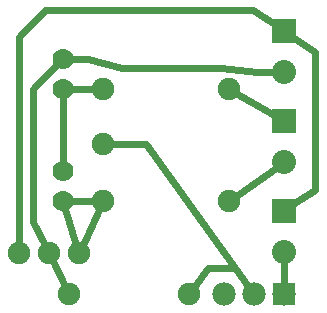
<source format=gtl>
G04 MADE WITH FRITZING*
G04 WWW.FRITZING.ORG*
G04 DOUBLE SIDED*
G04 HOLES PLATED*
G04 CONTOUR ON CENTER OF CONTOUR VECTOR*
%ASAXBY*%
%FSLAX23Y23*%
%MOIN*%
%OFA0B0*%
%SFA1.0B1.0*%
%ADD10C,0.075118*%
%ADD11C,0.074803*%
%ADD12C,0.075000*%
%ADD13C,0.080000*%
%ADD14C,0.070000*%
%ADD15C,0.078000*%
%ADD16R,0.080000X0.080000*%
%ADD17R,0.078000X0.078000*%
%ADD18C,0.024000*%
%LNCOPPER1*%
G90*
G70*
G54D10*
X752Y784D03*
X331Y784D03*
X331Y410D03*
X752Y410D03*
X752Y784D03*
X331Y784D03*
X331Y410D03*
X752Y410D03*
G54D11*
X330Y599D03*
G54D12*
X218Y99D03*
X618Y99D03*
G54D13*
X933Y377D03*
X933Y239D03*
G54D12*
X251Y237D03*
X151Y237D03*
X51Y237D03*
G54D14*
X196Y784D03*
X196Y884D03*
X196Y509D03*
X196Y409D03*
G54D15*
X933Y101D03*
X833Y101D03*
X733Y101D03*
G54D13*
X933Y977D03*
X933Y840D03*
X933Y677D03*
X933Y539D03*
G54D16*
X933Y377D03*
G54D17*
X933Y101D03*
G54D16*
X933Y977D03*
X933Y677D03*
G54D18*
X163Y211D02*
X205Y125D01*
D02*
X97Y339D02*
X97Y783D01*
D02*
X137Y262D02*
X97Y339D01*
D02*
X97Y783D02*
X178Y866D01*
D02*
X222Y884D02*
X281Y884D01*
D02*
X281Y884D02*
X395Y854D01*
D02*
X844Y840D02*
X902Y840D01*
D02*
X395Y854D02*
X724Y854D01*
D02*
X724Y854D02*
X844Y840D01*
D02*
X222Y784D02*
X292Y784D01*
D02*
X196Y758D02*
X196Y535D01*
D02*
X474Y599D02*
X368Y599D01*
D02*
X815Y125D02*
X474Y599D01*
D02*
X771Y187D02*
X815Y125D01*
D02*
X682Y187D02*
X771Y187D01*
D02*
X635Y122D02*
X682Y187D01*
D02*
X223Y409D02*
X292Y409D01*
D02*
X242Y264D02*
X204Y384D01*
D02*
X906Y693D02*
X785Y764D01*
D02*
X908Y521D02*
X783Y432D01*
D02*
X1039Y906D02*
X1039Y448D01*
D02*
X1039Y448D02*
X959Y395D01*
D02*
X959Y960D02*
X1039Y906D01*
D02*
X136Y1045D02*
X831Y1045D01*
D02*
X831Y1045D02*
X907Y995D01*
D02*
X51Y956D02*
X136Y1045D01*
D02*
X51Y266D02*
X51Y956D01*
D02*
X933Y131D02*
X933Y208D01*
D02*
X263Y263D02*
X314Y374D01*
G04 End of Copper1*
M02*
</source>
